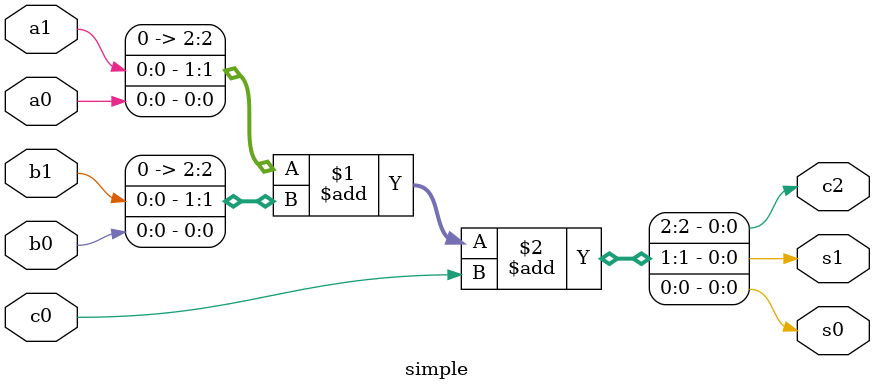
<source format=v>
`timescale 1ns/1ns
module simple(input a0,a1,b0,b1,c0,output s0,s1,c2);

assign  {c2,s1,s0}={a1,a0}+{b1,b0}+c0;


endmodule
</source>
